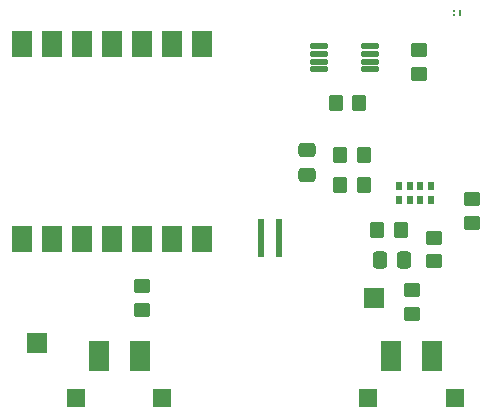
<source format=gtp>
G04 #@! TF.GenerationSoftware,KiCad,Pcbnew,(6.0.0-0)*
G04 #@! TF.CreationDate,2022-02-18T10:32:57-06:00*
G04 #@! TF.ProjectId,PhysarumV1,50687973-6172-4756-9d56-312e6b696361,rev?*
G04 #@! TF.SameCoordinates,Original*
G04 #@! TF.FileFunction,Paste,Top*
G04 #@! TF.FilePolarity,Positive*
%FSLAX46Y46*%
G04 Gerber Fmt 4.6, Leading zero omitted, Abs format (unit mm)*
G04 Created by KiCad (PCBNEW (6.0.0-0)) date 2022-02-18 10:32:57*
%MOMM*%
%LPD*%
G01*
G04 APERTURE LIST*
G04 Aperture macros list*
%AMRoundRect*
0 Rectangle with rounded corners*
0 $1 Rounding radius*
0 $2 $3 $4 $5 $6 $7 $8 $9 X,Y pos of 4 corners*
0 Add a 4 corners polygon primitive as box body*
4,1,4,$2,$3,$4,$5,$6,$7,$8,$9,$2,$3,0*
0 Add four circle primitives for the rounded corners*
1,1,$1+$1,$2,$3*
1,1,$1+$1,$4,$5*
1,1,$1+$1,$6,$7*
1,1,$1+$1,$8,$9*
0 Add four rect primitives between the rounded corners*
20,1,$1+$1,$2,$3,$4,$5,0*
20,1,$1+$1,$4,$5,$6,$7,0*
20,1,$1+$1,$6,$7,$8,$9,0*
20,1,$1+$1,$8,$9,$2,$3,0*%
G04 Aperture macros list end*
%ADD10R,0.600000X3.300000*%
%ADD11RoundRect,0.250000X0.350000X0.450000X-0.350000X0.450000X-0.350000X-0.450000X0.350000X-0.450000X0*%
%ADD12R,1.700000X1.700000*%
%ADD13R,1.600000X1.600000*%
%ADD14R,1.800000X2.500000*%
%ADD15RoundRect,0.250000X0.337500X0.475000X-0.337500X0.475000X-0.337500X-0.475000X0.337500X-0.475000X0*%
%ADD16R,1.700000X2.200000*%
%ADD17RoundRect,0.250000X-0.350000X-0.450000X0.350000X-0.450000X0.350000X0.450000X-0.350000X0.450000X0*%
%ADD18RoundRect,0.250000X-0.450000X0.350000X-0.450000X-0.350000X0.450000X-0.350000X0.450000X0.350000X0*%
%ADD19R,0.254000X0.203200*%
%ADD20R,0.254000X0.558800*%
%ADD21R,0.500000X0.800000*%
%ADD22RoundRect,0.250000X-0.475000X0.337500X-0.475000X-0.337500X0.475000X-0.337500X0.475000X0.337500X0*%
%ADD23RoundRect,0.250000X0.450000X-0.350000X0.450000X0.350000X-0.450000X0.350000X-0.450000X-0.350000X0*%
%ADD24RoundRect,0.028800X-0.706200X-0.211200X0.706200X-0.211200X0.706200X0.211200X-0.706200X0.211200X0*%
G04 APERTURE END LIST*
D10*
X23660000Y-29900000D03*
X22160000Y-29900000D03*
D11*
X30845000Y-25400000D03*
X28845000Y-25400000D03*
D12*
X31750000Y-34925000D03*
D13*
X13810000Y-43380000D03*
X6460000Y-43380000D03*
D14*
X11910000Y-39880000D03*
X8410000Y-39880000D03*
D15*
X34290000Y-31750000D03*
X32215000Y-31750000D03*
D16*
X1902500Y-13440000D03*
X4442500Y-13440000D03*
X6982500Y-13440000D03*
X9522500Y-13440000D03*
X12062500Y-13440000D03*
X14602500Y-13440000D03*
X17142500Y-13440000D03*
D17*
X32020000Y-29210000D03*
X34020000Y-29210000D03*
D18*
X12065000Y-33925000D03*
X12065000Y-35925000D03*
D13*
X38575000Y-43380000D03*
X31225000Y-43380000D03*
D14*
X36675000Y-39880000D03*
X33175000Y-39880000D03*
D16*
X17147500Y-29950000D03*
X14607500Y-29950000D03*
X12067500Y-29950000D03*
X9527500Y-29950000D03*
X6987500Y-29950000D03*
X4447500Y-29950000D03*
X1907500Y-29950000D03*
D19*
X38481000Y-10619999D03*
X38481000Y-10970001D03*
D20*
X38989000Y-10795000D03*
D21*
X36545000Y-25435000D03*
X35645000Y-25435000D03*
X34745000Y-25435000D03*
X33845000Y-25435000D03*
X33845000Y-26635000D03*
X34745000Y-26635000D03*
X35645000Y-26635000D03*
X36545000Y-26635000D03*
D11*
X30845000Y-22860000D03*
X28845000Y-22860000D03*
D22*
X26035000Y-22457500D03*
X26035000Y-24532500D03*
D18*
X40005000Y-26575000D03*
X40005000Y-28575000D03*
D23*
X34925000Y-36290000D03*
X34925000Y-34290000D03*
D12*
X3175000Y-38735000D03*
D18*
X36830000Y-29845000D03*
X36830000Y-31845000D03*
D24*
X27060000Y-13630000D03*
X27060000Y-14280000D03*
X27060000Y-14930000D03*
X27060000Y-15580000D03*
X31360000Y-15580000D03*
X31360000Y-14930000D03*
X31360000Y-14280000D03*
X31360000Y-13630000D03*
D11*
X30480000Y-18415000D03*
X28480000Y-18415000D03*
D18*
X35560000Y-13970000D03*
X35560000Y-15970000D03*
M02*

</source>
